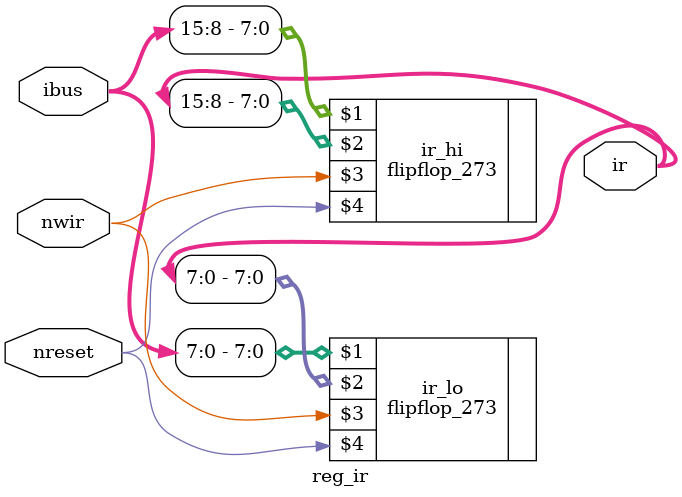
<source format=v>
`ifndef ir_v
`define ir_v

`include "flipflop.v"

`timescale 1ns/1ps


// The Instruction Register. Please note: the console buffers are not
// modelled here.

module reg_ir (ibus, nwir, nreset, ir);
   inout [15:0] ibus;
   input 	nwir;
   input 	nreset;
   
   output [15:0] ir;
   
   wire [15:0] 	 ibus, ir;
      
   flipflop_273 ir_lo (ibus[7:0],  ir[7:0],  nwir, nreset);
   flipflop_273 ir_hi (ibus[15:8], ir[15:8], nwir, nreset);
endmodule // reg_ir

`endif //  `ifndef ir_v

// End of file

</source>
